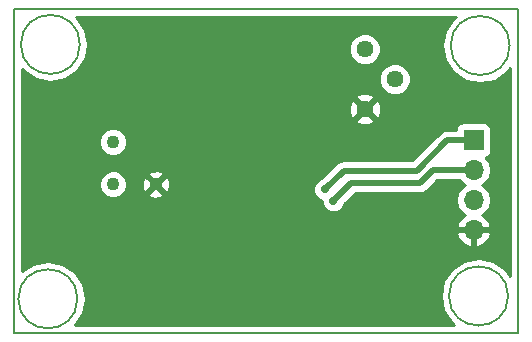
<source format=gbr>
%TF.GenerationSoftware,KiCad,Pcbnew,4.0.7*%
%TF.CreationDate,2018-05-13T17:46:32+02:00*%
%TF.ProjectId,nestbox,6E657374626F782E6B696361645F7063,rev?*%
%TF.FileFunction,Copper,L2,Bot,Signal*%
%FSLAX46Y46*%
G04 Gerber Fmt 4.6, Leading zero omitted, Abs format (unit mm)*
G04 Created by KiCad (PCBNEW 4.0.7) date 05/13/18 17:46:32*
%MOMM*%
%LPD*%
G01*
G04 APERTURE LIST*
%ADD10C,0.150000*%
%ADD11C,1.100000*%
%ADD12R,1.700000X1.700000*%
%ADD13O,1.700000X1.700000*%
%ADD14C,1.440000*%
%ADD15C,0.700000*%
%ADD16C,0.500000*%
%ADD17C,0.254000*%
G04 APERTURE END LIST*
D10*
X155780000Y-96710000D02*
G75*
G03X155780000Y-96710000I-2500000J0D01*
G01*
X155640000Y-117920000D02*
G75*
G03X155640000Y-117920000I-2500000J0D01*
G01*
X119180000Y-118160000D02*
G75*
G03X119180000Y-118160000I-2500000J0D01*
G01*
X119390000Y-96620000D02*
G75*
G03X119390000Y-96620000I-2500000J0D01*
G01*
X155150000Y-121050000D02*
X156500000Y-121050000D01*
X156500000Y-93600000D02*
X156500000Y-121050000D01*
X113775000Y-93600000D02*
X156525000Y-93600000D01*
X113775000Y-121050000D02*
X113775000Y-93600000D01*
X155175000Y-121050000D02*
X113775000Y-121050000D01*
D11*
X122219450Y-104883950D03*
X122219450Y-108476050D03*
X125811550Y-108476050D03*
D12*
X152717500Y-104711500D03*
D13*
X152717500Y-107251500D03*
X152717500Y-109791500D03*
X152717500Y-112331500D03*
D14*
X143510000Y-97028000D03*
X146050000Y-99568000D03*
X143510000Y-102108000D03*
D15*
X145161000Y-105727500D03*
X144208500Y-105727500D03*
X126301500Y-117030500D03*
X122237500Y-117030500D03*
X149000000Y-98500000D03*
X133575000Y-106775000D03*
X134350000Y-109900000D03*
X135775000Y-117875000D03*
X140843000Y-109855000D03*
X140144500Y-108902500D03*
D16*
X152717500Y-107251500D02*
X149288500Y-107251500D01*
X142367000Y-108331000D02*
X140843000Y-109855000D01*
X148209000Y-108331000D02*
X142367000Y-108331000D01*
X149288500Y-107251500D02*
X148209000Y-108331000D01*
X152717500Y-104711500D02*
X150495000Y-104711500D01*
X141732000Y-107315000D02*
X140144500Y-108902500D01*
X147891500Y-107315000D02*
X141732000Y-107315000D01*
X150495000Y-104711500D02*
X147891500Y-107315000D01*
D17*
G36*
X151010187Y-94440187D02*
X150314347Y-95481586D01*
X150070000Y-96710000D01*
X150314347Y-97938414D01*
X151010187Y-98979813D01*
X152051586Y-99675653D01*
X153280000Y-99920000D01*
X154508414Y-99675653D01*
X155549813Y-98979813D01*
X155790000Y-98620347D01*
X155790000Y-116219178D01*
X155409813Y-115650187D01*
X154368414Y-114954347D01*
X153140000Y-114710000D01*
X151911586Y-114954347D01*
X150870187Y-115650187D01*
X150174347Y-116691586D01*
X149930000Y-117920000D01*
X150174347Y-119148414D01*
X150870187Y-120189813D01*
X151094958Y-120340000D01*
X119009824Y-120340000D01*
X119645653Y-119388414D01*
X119890000Y-118160000D01*
X119645653Y-116931586D01*
X118949813Y-115890187D01*
X117908414Y-115194347D01*
X116680000Y-114950000D01*
X115451586Y-115194347D01*
X114485000Y-115840199D01*
X114485000Y-112688390D01*
X151276024Y-112688390D01*
X151445855Y-113098424D01*
X151836142Y-113526683D01*
X152360608Y-113772986D01*
X152590500Y-113652319D01*
X152590500Y-112458500D01*
X152844500Y-112458500D01*
X152844500Y-113652319D01*
X153074392Y-113772986D01*
X153598858Y-113526683D01*
X153989145Y-113098424D01*
X154158976Y-112688390D01*
X154037655Y-112458500D01*
X152844500Y-112458500D01*
X152590500Y-112458500D01*
X151397345Y-112458500D01*
X151276024Y-112688390D01*
X114485000Y-112688390D01*
X114485000Y-108710727D01*
X121034244Y-108710727D01*
X121214270Y-109146422D01*
X121547325Y-109480059D01*
X121982705Y-109660844D01*
X122454127Y-109661256D01*
X122889822Y-109481230D01*
X123068881Y-109302483D01*
X125164722Y-109302483D01*
X125208058Y-109522751D01*
X125654551Y-109674022D01*
X126124946Y-109642913D01*
X126415042Y-109522751D01*
X126458378Y-109302483D01*
X125811550Y-108655655D01*
X125164722Y-109302483D01*
X123068881Y-109302483D01*
X123223459Y-109148175D01*
X123404244Y-108712795D01*
X123404588Y-108319051D01*
X124613578Y-108319051D01*
X124644687Y-108789446D01*
X124764849Y-109079542D01*
X124985117Y-109122878D01*
X125631945Y-108476050D01*
X125991155Y-108476050D01*
X126637983Y-109122878D01*
X126766623Y-109097569D01*
X139159330Y-109097569D01*
X139308971Y-109459729D01*
X139585814Y-109737055D01*
X139858005Y-109850078D01*
X139857830Y-110050069D01*
X140007471Y-110412229D01*
X140284314Y-110689555D01*
X140646212Y-110839828D01*
X141038069Y-110840170D01*
X141400229Y-110690529D01*
X141677555Y-110413686D01*
X141778147Y-110171432D01*
X142733579Y-109216000D01*
X148208995Y-109216000D01*
X148209000Y-109216001D01*
X148491484Y-109159810D01*
X148547675Y-109148633D01*
X148834790Y-108956790D01*
X149655079Y-108136500D01*
X151528068Y-108136500D01*
X151638353Y-108301554D01*
X151967526Y-108521500D01*
X151638353Y-108741446D01*
X151316446Y-109223215D01*
X151203407Y-109791500D01*
X151316446Y-110359785D01*
X151638353Y-110841554D01*
X151979053Y-111069202D01*
X151836142Y-111136317D01*
X151445855Y-111564576D01*
X151276024Y-111974610D01*
X151397345Y-112204500D01*
X152590500Y-112204500D01*
X152590500Y-112184500D01*
X152844500Y-112184500D01*
X152844500Y-112204500D01*
X154037655Y-112204500D01*
X154158976Y-111974610D01*
X153989145Y-111564576D01*
X153598858Y-111136317D01*
X153455947Y-111069202D01*
X153796647Y-110841554D01*
X154118554Y-110359785D01*
X154231593Y-109791500D01*
X154118554Y-109223215D01*
X153796647Y-108741446D01*
X153467474Y-108521500D01*
X153796647Y-108301554D01*
X154118554Y-107819785D01*
X154231593Y-107251500D01*
X154118554Y-106683215D01*
X153796647Y-106201446D01*
X153755048Y-106173650D01*
X153802817Y-106164662D01*
X154018941Y-106025590D01*
X154163931Y-105813390D01*
X154214940Y-105561500D01*
X154214940Y-103861500D01*
X154170662Y-103626183D01*
X154031590Y-103410059D01*
X153819390Y-103265069D01*
X153567500Y-103214060D01*
X151867500Y-103214060D01*
X151632183Y-103258338D01*
X151416059Y-103397410D01*
X151271069Y-103609610D01*
X151227148Y-103826500D01*
X150495005Y-103826500D01*
X150495000Y-103826499D01*
X150232222Y-103878770D01*
X150156325Y-103893867D01*
X149869210Y-104085710D01*
X149869208Y-104085713D01*
X147524920Y-106430000D01*
X141732005Y-106430000D01*
X141732000Y-106429999D01*
X141449516Y-106486190D01*
X141393325Y-106497367D01*
X141106210Y-106689210D01*
X141106208Y-106689213D01*
X139827857Y-107967563D01*
X139587271Y-108066971D01*
X139309945Y-108343814D01*
X139159672Y-108705712D01*
X139159330Y-109097569D01*
X126766623Y-109097569D01*
X126858251Y-109079542D01*
X127009522Y-108633049D01*
X126978413Y-108162654D01*
X126858251Y-107872558D01*
X126637983Y-107829222D01*
X125991155Y-108476050D01*
X125631945Y-108476050D01*
X124985117Y-107829222D01*
X124764849Y-107872558D01*
X124613578Y-108319051D01*
X123404588Y-108319051D01*
X123404656Y-108241373D01*
X123224630Y-107805678D01*
X123068842Y-107649617D01*
X125164722Y-107649617D01*
X125811550Y-108296445D01*
X126458378Y-107649617D01*
X126415042Y-107429349D01*
X125968549Y-107278078D01*
X125498154Y-107309187D01*
X125208058Y-107429349D01*
X125164722Y-107649617D01*
X123068842Y-107649617D01*
X122891575Y-107472041D01*
X122456195Y-107291256D01*
X121984773Y-107290844D01*
X121549078Y-107470870D01*
X121215441Y-107803925D01*
X121034656Y-108239305D01*
X121034244Y-108710727D01*
X114485000Y-108710727D01*
X114485000Y-105118627D01*
X121034244Y-105118627D01*
X121214270Y-105554322D01*
X121547325Y-105887959D01*
X121982705Y-106068744D01*
X122454127Y-106069156D01*
X122889822Y-105889130D01*
X123223459Y-105556075D01*
X123404244Y-105120695D01*
X123404656Y-104649273D01*
X123224630Y-104213578D01*
X122891575Y-103879941D01*
X122456195Y-103699156D01*
X121984773Y-103698744D01*
X121549078Y-103878770D01*
X121215441Y-104211825D01*
X121034656Y-104647205D01*
X121034244Y-105118627D01*
X114485000Y-105118627D01*
X114485000Y-103057774D01*
X142739831Y-103057774D01*
X142804131Y-103295611D01*
X143312342Y-103475333D01*
X143850644Y-103446892D01*
X144215869Y-103295611D01*
X144280169Y-103057774D01*
X143510000Y-102287605D01*
X142739831Y-103057774D01*
X114485000Y-103057774D01*
X114485000Y-101910342D01*
X142142667Y-101910342D01*
X142171108Y-102448644D01*
X142322389Y-102813869D01*
X142560226Y-102878169D01*
X143330395Y-102108000D01*
X143689605Y-102108000D01*
X144459774Y-102878169D01*
X144697611Y-102813869D01*
X144877333Y-102305658D01*
X144848892Y-101767356D01*
X144697611Y-101402131D01*
X144459774Y-101337831D01*
X143689605Y-102108000D01*
X143330395Y-102108000D01*
X142560226Y-101337831D01*
X142322389Y-101402131D01*
X142142667Y-101910342D01*
X114485000Y-101910342D01*
X114485000Y-101158226D01*
X142739831Y-101158226D01*
X143510000Y-101928395D01*
X144280169Y-101158226D01*
X144215869Y-100920389D01*
X143707658Y-100740667D01*
X143169356Y-100769108D01*
X142804131Y-100920389D01*
X142739831Y-101158226D01*
X114485000Y-101158226D01*
X114485000Y-99836344D01*
X144694765Y-99836344D01*
X144900617Y-100334543D01*
X145281452Y-100716043D01*
X145779291Y-100922764D01*
X146318344Y-100923235D01*
X146816543Y-100717383D01*
X147198043Y-100336548D01*
X147404764Y-99838709D01*
X147405235Y-99299656D01*
X147199383Y-98801457D01*
X146818548Y-98419957D01*
X146320709Y-98213236D01*
X145781656Y-98212765D01*
X145283457Y-98418617D01*
X144901957Y-98799452D01*
X144695236Y-99297291D01*
X144694765Y-99836344D01*
X114485000Y-99836344D01*
X114485000Y-98687491D01*
X114620187Y-98889813D01*
X115661586Y-99585653D01*
X116890000Y-99830000D01*
X118118414Y-99585653D01*
X119159813Y-98889813D01*
X119855653Y-97848414D01*
X119965466Y-97296344D01*
X142154765Y-97296344D01*
X142360617Y-97794543D01*
X142741452Y-98176043D01*
X143239291Y-98382764D01*
X143778344Y-98383235D01*
X144276543Y-98177383D01*
X144658043Y-97796548D01*
X144864764Y-97298709D01*
X144865235Y-96759656D01*
X144659383Y-96261457D01*
X144278548Y-95879957D01*
X143780709Y-95673236D01*
X143241656Y-95672765D01*
X142743457Y-95878617D01*
X142361957Y-96259452D01*
X142155236Y-96757291D01*
X142154765Y-97296344D01*
X119965466Y-97296344D01*
X120100000Y-96620000D01*
X119855653Y-95391586D01*
X119159813Y-94350187D01*
X119099669Y-94310000D01*
X151205026Y-94310000D01*
X151010187Y-94440187D01*
X151010187Y-94440187D01*
G37*
X151010187Y-94440187D02*
X150314347Y-95481586D01*
X150070000Y-96710000D01*
X150314347Y-97938414D01*
X151010187Y-98979813D01*
X152051586Y-99675653D01*
X153280000Y-99920000D01*
X154508414Y-99675653D01*
X155549813Y-98979813D01*
X155790000Y-98620347D01*
X155790000Y-116219178D01*
X155409813Y-115650187D01*
X154368414Y-114954347D01*
X153140000Y-114710000D01*
X151911586Y-114954347D01*
X150870187Y-115650187D01*
X150174347Y-116691586D01*
X149930000Y-117920000D01*
X150174347Y-119148414D01*
X150870187Y-120189813D01*
X151094958Y-120340000D01*
X119009824Y-120340000D01*
X119645653Y-119388414D01*
X119890000Y-118160000D01*
X119645653Y-116931586D01*
X118949813Y-115890187D01*
X117908414Y-115194347D01*
X116680000Y-114950000D01*
X115451586Y-115194347D01*
X114485000Y-115840199D01*
X114485000Y-112688390D01*
X151276024Y-112688390D01*
X151445855Y-113098424D01*
X151836142Y-113526683D01*
X152360608Y-113772986D01*
X152590500Y-113652319D01*
X152590500Y-112458500D01*
X152844500Y-112458500D01*
X152844500Y-113652319D01*
X153074392Y-113772986D01*
X153598858Y-113526683D01*
X153989145Y-113098424D01*
X154158976Y-112688390D01*
X154037655Y-112458500D01*
X152844500Y-112458500D01*
X152590500Y-112458500D01*
X151397345Y-112458500D01*
X151276024Y-112688390D01*
X114485000Y-112688390D01*
X114485000Y-108710727D01*
X121034244Y-108710727D01*
X121214270Y-109146422D01*
X121547325Y-109480059D01*
X121982705Y-109660844D01*
X122454127Y-109661256D01*
X122889822Y-109481230D01*
X123068881Y-109302483D01*
X125164722Y-109302483D01*
X125208058Y-109522751D01*
X125654551Y-109674022D01*
X126124946Y-109642913D01*
X126415042Y-109522751D01*
X126458378Y-109302483D01*
X125811550Y-108655655D01*
X125164722Y-109302483D01*
X123068881Y-109302483D01*
X123223459Y-109148175D01*
X123404244Y-108712795D01*
X123404588Y-108319051D01*
X124613578Y-108319051D01*
X124644687Y-108789446D01*
X124764849Y-109079542D01*
X124985117Y-109122878D01*
X125631945Y-108476050D01*
X125991155Y-108476050D01*
X126637983Y-109122878D01*
X126766623Y-109097569D01*
X139159330Y-109097569D01*
X139308971Y-109459729D01*
X139585814Y-109737055D01*
X139858005Y-109850078D01*
X139857830Y-110050069D01*
X140007471Y-110412229D01*
X140284314Y-110689555D01*
X140646212Y-110839828D01*
X141038069Y-110840170D01*
X141400229Y-110690529D01*
X141677555Y-110413686D01*
X141778147Y-110171432D01*
X142733579Y-109216000D01*
X148208995Y-109216000D01*
X148209000Y-109216001D01*
X148491484Y-109159810D01*
X148547675Y-109148633D01*
X148834790Y-108956790D01*
X149655079Y-108136500D01*
X151528068Y-108136500D01*
X151638353Y-108301554D01*
X151967526Y-108521500D01*
X151638353Y-108741446D01*
X151316446Y-109223215D01*
X151203407Y-109791500D01*
X151316446Y-110359785D01*
X151638353Y-110841554D01*
X151979053Y-111069202D01*
X151836142Y-111136317D01*
X151445855Y-111564576D01*
X151276024Y-111974610D01*
X151397345Y-112204500D01*
X152590500Y-112204500D01*
X152590500Y-112184500D01*
X152844500Y-112184500D01*
X152844500Y-112204500D01*
X154037655Y-112204500D01*
X154158976Y-111974610D01*
X153989145Y-111564576D01*
X153598858Y-111136317D01*
X153455947Y-111069202D01*
X153796647Y-110841554D01*
X154118554Y-110359785D01*
X154231593Y-109791500D01*
X154118554Y-109223215D01*
X153796647Y-108741446D01*
X153467474Y-108521500D01*
X153796647Y-108301554D01*
X154118554Y-107819785D01*
X154231593Y-107251500D01*
X154118554Y-106683215D01*
X153796647Y-106201446D01*
X153755048Y-106173650D01*
X153802817Y-106164662D01*
X154018941Y-106025590D01*
X154163931Y-105813390D01*
X154214940Y-105561500D01*
X154214940Y-103861500D01*
X154170662Y-103626183D01*
X154031590Y-103410059D01*
X153819390Y-103265069D01*
X153567500Y-103214060D01*
X151867500Y-103214060D01*
X151632183Y-103258338D01*
X151416059Y-103397410D01*
X151271069Y-103609610D01*
X151227148Y-103826500D01*
X150495005Y-103826500D01*
X150495000Y-103826499D01*
X150232222Y-103878770D01*
X150156325Y-103893867D01*
X149869210Y-104085710D01*
X149869208Y-104085713D01*
X147524920Y-106430000D01*
X141732005Y-106430000D01*
X141732000Y-106429999D01*
X141449516Y-106486190D01*
X141393325Y-106497367D01*
X141106210Y-106689210D01*
X141106208Y-106689213D01*
X139827857Y-107967563D01*
X139587271Y-108066971D01*
X139309945Y-108343814D01*
X139159672Y-108705712D01*
X139159330Y-109097569D01*
X126766623Y-109097569D01*
X126858251Y-109079542D01*
X127009522Y-108633049D01*
X126978413Y-108162654D01*
X126858251Y-107872558D01*
X126637983Y-107829222D01*
X125991155Y-108476050D01*
X125631945Y-108476050D01*
X124985117Y-107829222D01*
X124764849Y-107872558D01*
X124613578Y-108319051D01*
X123404588Y-108319051D01*
X123404656Y-108241373D01*
X123224630Y-107805678D01*
X123068842Y-107649617D01*
X125164722Y-107649617D01*
X125811550Y-108296445D01*
X126458378Y-107649617D01*
X126415042Y-107429349D01*
X125968549Y-107278078D01*
X125498154Y-107309187D01*
X125208058Y-107429349D01*
X125164722Y-107649617D01*
X123068842Y-107649617D01*
X122891575Y-107472041D01*
X122456195Y-107291256D01*
X121984773Y-107290844D01*
X121549078Y-107470870D01*
X121215441Y-107803925D01*
X121034656Y-108239305D01*
X121034244Y-108710727D01*
X114485000Y-108710727D01*
X114485000Y-105118627D01*
X121034244Y-105118627D01*
X121214270Y-105554322D01*
X121547325Y-105887959D01*
X121982705Y-106068744D01*
X122454127Y-106069156D01*
X122889822Y-105889130D01*
X123223459Y-105556075D01*
X123404244Y-105120695D01*
X123404656Y-104649273D01*
X123224630Y-104213578D01*
X122891575Y-103879941D01*
X122456195Y-103699156D01*
X121984773Y-103698744D01*
X121549078Y-103878770D01*
X121215441Y-104211825D01*
X121034656Y-104647205D01*
X121034244Y-105118627D01*
X114485000Y-105118627D01*
X114485000Y-103057774D01*
X142739831Y-103057774D01*
X142804131Y-103295611D01*
X143312342Y-103475333D01*
X143850644Y-103446892D01*
X144215869Y-103295611D01*
X144280169Y-103057774D01*
X143510000Y-102287605D01*
X142739831Y-103057774D01*
X114485000Y-103057774D01*
X114485000Y-101910342D01*
X142142667Y-101910342D01*
X142171108Y-102448644D01*
X142322389Y-102813869D01*
X142560226Y-102878169D01*
X143330395Y-102108000D01*
X143689605Y-102108000D01*
X144459774Y-102878169D01*
X144697611Y-102813869D01*
X144877333Y-102305658D01*
X144848892Y-101767356D01*
X144697611Y-101402131D01*
X144459774Y-101337831D01*
X143689605Y-102108000D01*
X143330395Y-102108000D01*
X142560226Y-101337831D01*
X142322389Y-101402131D01*
X142142667Y-101910342D01*
X114485000Y-101910342D01*
X114485000Y-101158226D01*
X142739831Y-101158226D01*
X143510000Y-101928395D01*
X144280169Y-101158226D01*
X144215869Y-100920389D01*
X143707658Y-100740667D01*
X143169356Y-100769108D01*
X142804131Y-100920389D01*
X142739831Y-101158226D01*
X114485000Y-101158226D01*
X114485000Y-99836344D01*
X144694765Y-99836344D01*
X144900617Y-100334543D01*
X145281452Y-100716043D01*
X145779291Y-100922764D01*
X146318344Y-100923235D01*
X146816543Y-100717383D01*
X147198043Y-100336548D01*
X147404764Y-99838709D01*
X147405235Y-99299656D01*
X147199383Y-98801457D01*
X146818548Y-98419957D01*
X146320709Y-98213236D01*
X145781656Y-98212765D01*
X145283457Y-98418617D01*
X144901957Y-98799452D01*
X144695236Y-99297291D01*
X144694765Y-99836344D01*
X114485000Y-99836344D01*
X114485000Y-98687491D01*
X114620187Y-98889813D01*
X115661586Y-99585653D01*
X116890000Y-99830000D01*
X118118414Y-99585653D01*
X119159813Y-98889813D01*
X119855653Y-97848414D01*
X119965466Y-97296344D01*
X142154765Y-97296344D01*
X142360617Y-97794543D01*
X142741452Y-98176043D01*
X143239291Y-98382764D01*
X143778344Y-98383235D01*
X144276543Y-98177383D01*
X144658043Y-97796548D01*
X144864764Y-97298709D01*
X144865235Y-96759656D01*
X144659383Y-96261457D01*
X144278548Y-95879957D01*
X143780709Y-95673236D01*
X143241656Y-95672765D01*
X142743457Y-95878617D01*
X142361957Y-96259452D01*
X142155236Y-96757291D01*
X142154765Y-97296344D01*
X119965466Y-97296344D01*
X120100000Y-96620000D01*
X119855653Y-95391586D01*
X119159813Y-94350187D01*
X119099669Y-94310000D01*
X151205026Y-94310000D01*
X151010187Y-94440187D01*
M02*

</source>
